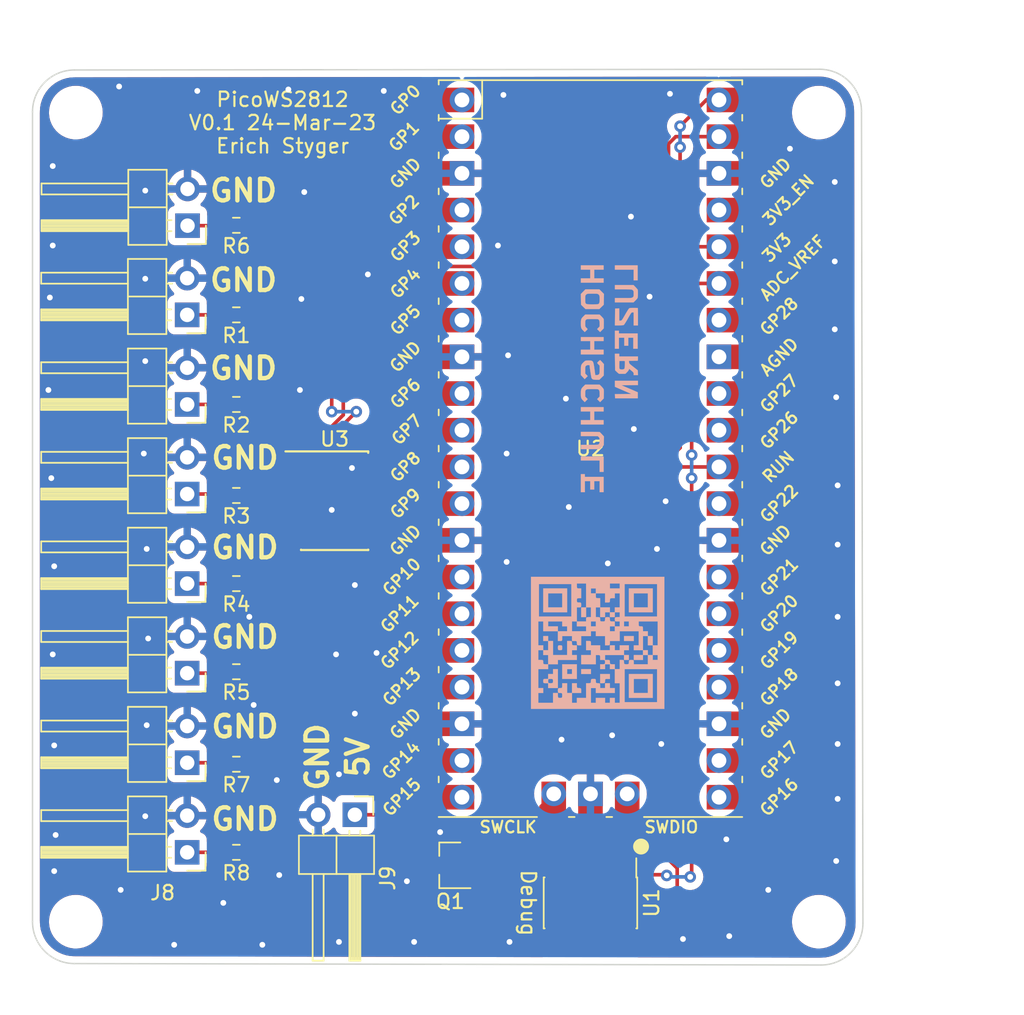
<source format=kicad_pcb>
(kicad_pcb (version 20211014) (generator pcbnew)
  (layers (0 "F.Cu" signal) (31 "B.Cu" signal) (34 "B.Paste" user) (35 "F.Paste" user) (36 "B.SilkS" user "B.Silkscreen") (37 "F.SilkS" user "F.Silkscreen") (38 "B.Mask" user) (39 "F.Mask" user) (44 "Edge.Cuts" user))
  (net 0 "")
  (net 1 "+5V")
  (net 2 "Net-(J1-Pad1)")
  (net 3 "GND")
  (net 4 "Net-(J2-Pad1)")
  (net 5 "Net-(J3-Pad1)")
  (net 6 "Net-(J4-Pad1)")
  (net 7 "Net-(J5-Pad1)")
  (net 8 "Net-(J6-Pad1)")
  (net 9 "Net-(J7-Pad1)")
  (net 10 "Net-(J8-Pad1)")
  (net 13 "Lane0")
  (net 14 "Lane1")
  (net 15 "Lane2")
  (net 16 "Lane3")
  (net 17 "Lane4")
  (net 18 "Lane5")
  (net 19 "Lane6")
  (net 20 "Lane7")
  (net 39 "LEDLane1")
  (net 40 "LEDLane2")
  (net 41 "LEDLane3")
  (net 42 "LEDLane4")
  (net 43 "LEDLane5")
  (net 44 "LEDLane0")
  (net 45 "LEDLane6")
  (net 46 "LEDLane7")
  (net 47 "5V")
  (net 48 "+3.3V")
  (net 52 "Net-(U1-Pad2)")
  (net 53 "Net-(U1-Pad4)")
  (net 54 "Reset")
  (net 55 "Net-(Q1-Pad1)")
  (footprint "Resistor_SMD:R_0603_1608Metric" (layer "F.Cu") (at 106.7 82.8 180)
    (fp_text reference "R6" (at 0 -1.43) (layer "F.SilkS"))
    (fp_text value "120")
    (pad "1" smd roundrect (at -0.825 0 180) (size 0.8 0.95) (layers "F.Cu" "F.Paste" "F.Mask") (net 44 "LEDLane0"))
    (pad "2" smd roundrect (at 0.825 0 180) (size 0.8 0.95) (layers "F.Cu" "F.Paste" "F.Mask") (net 2 "Net-(J1-Pad1)"))
  )
  (footprint "Connector_PinHeader_2.54mm:PinHeader_1x02_P2.54mm_Horizontal" (layer "F.Cu") (at 103.3 95.2 180)
    (fp_text reference "J3" hide)
    (fp_text value "Conn_01x02_Male")
    (pad "1" thru_hole rect (at 0 0 180) (size 1.7 1.7) (drill 1) (layers *.Cu *.Mask) (net 5 "Net-(J3-Pad1)"))
    (pad "2" thru_hole oval (at 0 2.54 180) (size 1.7 1.7) (drill 1) (layers *.Cu *.Mask) (net 3 "GND"))
  )
  (footprint "MountingHole:MountingHole_2.7mm_M2.5" (layer "F.Cu") (at 147 75)
    (fp_text reference "H3" hide)
    (fp_text value "MountingHole")
    (pad "" np_thru_hole circle (at 0 0) (size 2.7 2.7) (drill 2.7) (layers *.Cu *.Mask))
  )
  (footprint "Fiducial:Fiducial_1mm_Mask2mm" (layer "F.Cu") (at 100.3 131.9)
    (fp_text reference "FID2" hide)
    (fp_text value "Fiducial")
    (pad "" smd circle (at 0 0) (size 1 1) (layers "F.Cu" "F.Mask") (clearance 0.5))
  )
  (footprint "Resistor_SMD:R_0603_1608Metric" (layer "F.Cu") (at 106.7 89 180)
    (fp_text reference "R1" (at 0 -1.43) (layer "F.SilkS"))
    (fp_text value "120")
    (pad "1" smd roundrect (at -0.825 0 180) (size 0.8 0.95) (layers "F.Cu" "F.Paste" "F.Mask") (net 39 "LEDLane1"))
    (pad "2" smd roundrect (at 0.825 0 180) (size 0.8 0.95) (layers "F.Cu" "F.Paste" "F.Mask") (net 4 "Net-(J2-Pad1)"))
  )
  (footprint "Connector_PinHeader_2.54mm:PinHeader_1x02_P2.54mm_Horizontal" (layer "F.Cu") (at 103.3 120 180)
    (fp_text reference "J7" hide)
    (fp_text value "Conn_01x02_Male")
    (pad "1" thru_hole rect (at 0 0 180) (size 1.7 1.7) (drill 1) (layers *.Cu *.Mask) (net 9 "Net-(J7-Pad1)"))
    (pad "2" thru_hole oval (at 0 2.54 180) (size 1.7 1.7) (drill 1) (layers *.Cu *.Mask) (net 3 "GND"))
  )
  (footprint "McuOnEclipse:SOT-23_2T" (layer "F.Cu") (at 121.5 127.1 180)
    (fp_text reference "Q1" (at 0 -2.5) (layer "F.SilkS"))
    (fp_text value "Diodes DMG2305UX")
    (pad "1" smd rect (at -1 -0.95 180) (size 0.9 0.8) (layers "F.Cu" "F.Paste" "F.Mask") (net 55 "Net-(Q1-Pad1)"))
    (pad "2" smd rect (at 1 0 180) (size 0.9 0.8) (layers "F.Cu" "F.Paste" "F.Mask") (net 47 "5V"))
    (pad "3" smd rect (at -1 0.95 180) (size 0.9 0.8) (layers "F.Cu" "F.Paste" "F.Mask") (net 1 "+5V"))
  )
  (footprint "Connector_PinHeader_2.54mm:PinHeader_1x02_P2.54mm_Horizontal" (layer "F.Cu") (at 103.3 89 180)
    (fp_text reference "J2" hide)
    (fp_text value "Conn_01x02_Male")
    (pad "1" thru_hole rect (at 0 0 180) (size 1.7 1.7) (drill 1) (layers *.Cu *.Mask) (net 4 "Net-(J2-Pad1)"))
    (pad "2" thru_hole oval (at 0 2.54 180) (size 1.7 1.7) (drill 1) (layers *.Cu *.Mask) (net 3 "GND"))
  )
  (footprint "Fiducial:Fiducial_1mm_Mask2mm" (layer "F.Cu") (at 147.5 98.9)
    (fp_text reference "FID1" hide)
    (fp_text value "Fiducial")
    (pad "" smd circle (at 0 0) (size 1 1) (layers "F.Cu" "F.Mask") (clearance 0.5))
  )
  (footprint "Resistor_SMD:R_0603_1608Metric" (layer "F.Cu") (at 106.7 95.2 180)
    (fp_text reference "R2" (at 0 -1.43) (layer "F.SilkS"))
    (fp_text value "120")
    (pad "1" smd roundrect (at -0.825 0 180) (size 0.8 0.95) (layers "F.Cu" "F.Paste" "F.Mask") (net 40 "LEDLane2"))
    (pad "2" smd roundrect (at 0.825 0 180) (size 0.8 0.95) (layers "F.Cu" "F.Paste" "F.Mask") (net 5 "Net-(J3-Pad1)"))
  )
  (footprint "Resistor_SMD:R_0603_1608Metric" (layer "F.Cu") (at 106.7 107.6 180)
    (fp_text reference "R4" (at 0 -1.43) (layer "F.SilkS"))
    (fp_text value "120")
    (pad "1" smd roundrect (at -0.825 0 180) (size 0.8 0.95) (layers "F.Cu" "F.Paste" "F.Mask") (net 42 "LEDLane4"))
    (pad "2" smd roundrect (at 0.825 0 180) (size 0.8 0.95) (layers "F.Cu" "F.Paste" "F.Mask") (net 7 "Net-(J5-Pad1)"))
  )
  (footprint "Resistor_SMD:R_0603_1608Metric" (layer "F.Cu") (at 106.7 101.5 180)
    (fp_text reference "R3" (at 0 -1.43) (layer "F.SilkS"))
    (fp_text value "120")
    (pad "1" smd roundrect (at -0.825 0 180) (size 0.8 0.95) (layers "F.Cu" "F.Paste" "F.Mask") (net 41 "LEDLane3"))
    (pad "2" smd roundrect (at 0.825 0 180) (size 0.8 0.95) (layers "F.Cu" "F.Paste" "F.Mask") (net 6 "Net-(J4-Pad1)"))
  )
  (footprint "McuOnEclipse:SWD_Pin_Header_Straight_2x05_Pitch1.27mm_SMD" (layer "F.Cu") (at 131.2 129.7 -90)
    (fp_text reference "U1" (at 0 -4.235 90) (layer "F.SilkS"))
    (fp_text value "SWD_JTAG_10pin")
    (fp_text user "Debug" (at 0 4.3 -90 unlocked) (layer "F.SilkS"))
    (pad "1" smd rect (at -1.95 -2.54 270) (size 2.4 0.74) (layers "F.Cu" "F.Paste" "F.Mask") (net 48 "+3.3V"))
    (pad "2" smd rect (at 1.95 -2.54 270) (size 2.4 0.74) (layers "F.Cu" "F.Paste" "F.Mask") (net 52 "Net-(U1-Pad2)"))
    (pad "3" smd rect (at -1.95 -1.27 270) (size 2.4 0.74) (layers "F.Cu" "F.Paste" "F.Mask") (net 3 "GND"))
    (pad "4" smd rect (at 1.95 -1.27 270) (size 2.4 0.74) (layers "F.Cu" "F.Paste" "F.Mask") (net 53 "Net-(U1-Pad4)"))
    (pad "5" smd rect (at -1.95 0 270) (size 2.4 0.74) (layers "F.Cu" "F.Paste" "F.Mask") (net 3 "GND"))
    (pad "6" smd rect (at 1.95 0 270) (size 2.4 0.74) (layers "F.Cu" "F.Paste" "F.Mask"))
    (pad "7" smd rect (at -1.95 1.27 270) (size 2.4 0.74) (layers "F.Cu" "F.Paste" "F.Mask"))
    (pad "8" smd rect (at 1.95 1.27 270) (size 2.4 0.74) (layers "F.Cu" "F.Paste" "F.Mask"))
    (pad "9" smd rect (at -1.95 2.54 270) (size 2.4 0.74) (layers "F.Cu" "F.Paste" "F.Mask") (net 3 "GND"))
    (pad "10" smd rect (at 1.95 2.54 270) (size 2.4 0.74) (layers "F.Cu" "F.Paste" "F.Mask") (net 54 "Reset"))
  )
  (footprint "MountingHole:MountingHole_2.7mm_M2.5" (layer "F.Cu") (at 147 131)
    (fp_text reference "H4" hide)
    (fp_text value "MountingHole")
    (pad "" np_thru_hole circle (at 0 0) (size 2.7 2.7) (drill 2.7) (layers *.Cu *.Mask))
  )
  (footprint "MountingHole:MountingHole_2.7mm_M2.5" (layer "F.Cu") (at 95.5 75)
    (fp_text reference "H1" hide)
    (fp_text value "MountingHole")
    (pad "" np_thru_hole circle (at 0.1 0) (size 2.7 2.7) (drill 2.7) (layers F&B.Cu *.Mask))
  )
  (footprint "Connector_PinHeader_2.54mm:PinHeader_1x02_P2.54mm_Horizontal" (layer "F.Cu") (at 103.3 107.6 180)
    (fp_text reference "J5" hide)
    (fp_text value "Conn_01x02_Male")
    (pad "1" thru_hole rect (at 0 0 180) (size 1.7 1.7) (drill 1) (layers *.Cu *.Mask) (net 7 "Net-(J5-Pad1)"))
    (pad "2" thru_hole oval (at 0 2.54 180) (size 1.7 1.7) (drill 1) (layers *.Cu *.Mask) (net 3 "GND"))
  )
  (footprint "Connector_PinHeader_2.54mm:PinHeader_1x02_P2.54mm_Horizontal" (layer "F.Cu") (at 114.9 123.6 -90)
    (fp_text reference "J9" (at 4.385 -2.27 90) (layer "F.SilkS"))
    (fp_text value "Conn_01x02_Male")
    (pad "1" thru_hole rect (at 0 0 270) (size 1.7 1.7) (drill 1) (layers *.Cu *.Mask) (net 47 "5V"))
    (pad "2" thru_hole oval (at 0 2.54 270) (size 1.7 1.7) (drill 1) (layers *.Cu *.Mask) (net 3 "GND"))
  )
  (footprint "Fiducial:Fiducial_1mm_Mask2mm" (layer "F.Cu") (at 100.5 74.4)
    (fp_text reference "FID3" hide)
    (fp_text value "Fiducial")
    (pad "" smd circle (at 0 0) (size 1 1) (layers "F.Cu" "F.Mask") (clearance 0.5))
  )
  (footprint "RPi_Pico:RPi_Pico_SMD_TH" (layer "F.Cu") (at 131.2 98.255)
    (fp_text reference "U2" (at 0 0) (layer "F.SilkS"))
    (fp_text value "Pico")
    (fp_text user "3V3_EN" (at 13.7 -17.2 45) (layer "F.SilkS") (effects (font (size 0.8 0.8))))
    (fp_text user "GP7" (at -12.7 -1.3 45) (layer "F.SilkS") (effects (font (size 0.8 0.8))))
    (fp_text user "GP12" (at -13.2 13.97 45) (layer "F.SilkS") (effects (font (size 0.8 0.8))))
    (fp_text user "GP10" (at -13.054 8.89 45) (layer "F.SilkS") (effects (font (size 0.8 0.8))))
    (fp_text user "GP6" (at -12.8 -3.81 45) (layer "F.SilkS") (effects (font (size 0.8 0.8))))
    (fp_text user "GP4" (at -12.8 -11.43 45) (layer "F.SilkS") (effects (font (size 0.8 0.8))))
    (fp_text user "GP19" (at 13.054 13.97 45) (layer "F.SilkS") (effects (font (size 0.8 0.8))))
    (fp_text user "GP9" (at -12.8 3.81 45) (layer "F.SilkS") (effects (font (size 0.8 0.8))))
    (fp_text user "GP27" (at 13.054 -3.8 45) (layer "F.SilkS") (effects (font (size 0.8 0.8))))
    (fp_text user "SWCLK" (at -5.7 26.2) (layer "F.SilkS") (effects (font (size 0.8 0.8))))
    (fp_text user "GP26" (at 13.054 -1.27 45) (layer "F.SilkS") (effects (font (size 0.8 0.8))))
    (fp_text user "GP5" (at -12.8 -8.89 45) (layer "F.SilkS") (effects (font (size 0.8 0.8))))
    (fp_text user "GND" (at -12.8 -6.35 45) (layer "F.SilkS") (effects (font (size 0.8 0.8))))
    (fp_text user "GP8" (at -12.8 1.27 45) (layer "F.SilkS") (effects (font (size 0.8 0.8))))
    (fp_text user "GP3" (at -12.8 -13.97 45) (layer "F.SilkS") (effects (font (size 0.8 0.8))))
    (fp_text user "GP18" (at 13.054 16.51 45) (layer "F.SilkS") (effects (font (size 0.8 0.8))))
    (fp_text user "GP0" (at -12.8 -24.13 45) (layer "F.SilkS") (effects (font (size 0.8 0.8))))
    (fp_text user "GP15" (at -13.054 24.13 45) (layer "F.SilkS") (effects (font (size 0.8 0.8))))
    (fp_text user "GND" (at 12.8 -19.05 45) (layer "F.SilkS") (effects (font (size 0.8 0.8))))
    (fp_text user "GND" (at 12.8 19.05 45) (layer "F.SilkS") (effects (font (size 0.8 0.8))))
    (fp_text user "GP1" (at -12.9 -21.6 45) (layer "F.SilkS") (effects (font (size 0.8 0.8))))
    (fp_text user "AGND" (at 13.054 -6.35 45) (layer "F.SilkS") (effects (font (size 0.8 0.8))))
    (fp_text user "GND" (at -12.8 19.05 45) (layer "F.SilkS") (effects (font (size 0.8 0.8))))
    (fp_text user "GP17" (at 13.054 21.59 45) (layer "F.SilkS") (effects (font (size 0.8 0.8))))
    (fp_text user "GP21" (at 13.054 8.9 45) (layer "F.SilkS") (effects (font (size 0.8 0.8))))
    (fp_text user "GP11" (at -13.2 11.43 45) (layer "F.SilkS") (effects (font (size 0.8 0.8))))
    (fp_text user "GND" (at -12.8 6.35 45) (layer "F.SilkS") (effects (font (size 0.8 0.8))))
    (fp_text user "RUN" (at 13 1.27 45) (layer "F.SilkS") (effects (font (size 0.8 0.8))))
    (fp_text user "GP13" (at -13.054 16.51 45) (layer "F.SilkS") (effects (font (size 0.8 0.8))))
    (fp_text user "GP2" (at -12.9 -16.51 45) (layer "F.SilkS") (effects (font (size 0.8 0.8))))
    (fp_text user "GP20" (at 13.054 11.43 45) (layer "F.SilkS") (effects (font (size 0.8 0.8))))
    (fp_text user "SWDIO" (at 5.6 26.2) (layer "F.SilkS") (effects (font (size 0.8 0.8))))
    (fp_text user "GND" (at 12.8 6.35 45) (layer "F.SilkS") (effects (font (size 0.8 0.8))))
    (fp_text user "GP14" (at -13.1 21.59 45) (layer "F.SilkS") (effects (font (size 0.8 0.8))))
    (fp_text user "GND" (at -12.8 -19.05 45) (layer "F.SilkS") (effects (font (size 0.8 0.8))))
    (fp_text user "GP16" (at 13.054 24.13 45) (layer "F.SilkS") (effects (font (size 0.8 0.8))))
    (fp_text user "3V3" (at 12.9 -13.9 45) (layer "F.SilkS") (effects (font (size 0.8 0.8))))
    (fp_text user "GP22" (at 13.054 3.81 45) (layer "F.SilkS") (effects (font (size 0.8 0.8))))
    (fp_text user "ADC_VREF" (at 14 -12.5 45) (layer "F.SilkS") (effects (font (size 0.8 0.8))))
    (fp_text user "GP28" (at 13.054 -9.144 45) (layer "F.SilkS") (effects (font (size 0.8 0.8))))
    (pad "1" smd rect (at -8.89 -24.13) (size 3.5 1.7) (drill (offset -0.9 0)) (layers "F.Cu" "F.Mask"))
    (pad "1" thru_hole oval (at -8.89 -24.13) (size 1.7 1.7) (drill 1.02) (layers *.Cu *.Mask))
    (pad "2" thru_hole oval (at -8.89 -21.59) (size 1.7 1.7) (drill 1.02) (layers *.Cu *.Mask))
    (pad "2" smd rect (at -8.89 -21.59) (size 3.5 1.7) (drill (offset -0.9 0)) (layers "F.Cu" "F.Mask"))
    (pad "3" smd rect (at -8.89 -19.05) (size 3.5 1.7) (drill (offset -0.9 0)) (layers "F.Cu" "F.Mask") (net 3 "GND"))
    (pad "3" thru_hole rect (at -8.89 -19.05) (size 1.7 1.7) (drill 1.02) (layers *.Cu *.Mask) (net 3 "GND"))
    (pad "4" smd rect (at -8.89 -16.51) (size 3.5 1.7) (drill (offset -0.9 0)) (layers "F.Cu" "F.Mask") (net 13 "Lane0"))
    (pad "4" thru_hole oval (at -8.89 -16.51) (size 1.7 1.7) (drill 1.02) (layers *.Cu *.Mask) (net 13 "Lane0"))
    (pad "5" thru_hole oval (at -8.89 -13.97) (size 1.7 1.7) (drill 1.02) (layers *.Cu *.Mask) (net 14 "Lane1"))
    (pad "5" smd rect (at -8.89 -13.97) (size 3.5 1.7) (drill (offset -0.9 0)) (layers "F.Cu" "F.Mask") (net 14 "Lane1"))
    (pad "6" thru_hole oval (at -8.89 -11.43) (size 1.7 1.7) (drill 1.02) (layers *.Cu *.Mask) (net 15 "Lane2"))
    (pad "6" smd rect (at -8.89 -11.43) (size 3.5 1.7) (drill (offset -0.9 0)) (layers "F.Cu" "F.Mask") (net 15 "Lane2"))
    (pad "7" thru_hole oval (at -8.89 -8.89) (size 1.7 1.7) (drill 1.02) (layers *.Cu *.Mask) (net 16 "Lane3"))
    (pad "7" smd rect (at -8.89 -8.89) (size 3.5 1.7) (drill (offset -0.9 0)) (layers "F.Cu" "F.Mask") (net 16 "Lane3"))
    (pad "8" smd rect (at -8.89 -6.35) (size 3.5 1.7) (drill (offset -0.9 0)) (layers "F.Cu" "F.Mask") (net 3 "GND"))
    (pad "8" thru_hole rect (at -8.89 -6.35) (size 1.7 1.7) (drill 1.02) (layers *.Cu *.Mask) (net 3 "GND"))
    (pad "9" thru_hole oval (at -8.89 -3.81) (size 1.7 1.7) (drill 1.02) (layers *.Cu *.Mask) (net 17 "Lane4"))
    (pad "9" smd rect (at -8.89 -3.81) (size 3.5 1.7) (drill (offset -0.9 0)) (layers "F.Cu" "F.Mask") (net 17 "Lane4"))
    (pad "10" thru_hole oval (at -8.89 -1.27) (size 1.7 1.7) (drill 1.02) (layers *.Cu *.Mask) (net 18 "Lane5"))
    (pad "10" smd rect (at -8.89 -1.27) (size 3.5 1.7) (drill (offset -0.9 0)) (layers "F.Cu" "F.Mask") (net 18 "Lane5"))
    (pad "11" smd rect (at -8.89 1.27) (size 3.5 1.7) (drill (offset -0.9 0)) (layers "F.Cu" "F.Mask") (net 19 "Lane6"))
    (pad "11" thru_hole oval (at -8.89 1.27) (size 1.7 1.7) (drill 1.02) (layers *.Cu *.Mask) (net 19 "Lane6"))
    (pad "12" smd rect (at -8.89 3.81) (size 3.5 1.7) (drill (offset -0.9 0)) (layers "F.Cu" "F.Mask") (net 20 "Lane7"))
    (pad "12" thru_hole oval (at -8.89 3.81) (size 1.7 1.7) (drill 1.02) (layers *.Cu *.Mask) (net 20 "Lane7"))
    (pad "13" smd rect (at -8.89 6.35) (size 3.5 1.7) (drill (offset -0.9 0)) (layers "F.Cu" "F.Mask") (net 3 "GND"))
    (pad "13" thru_hole rect (at -8.89 6.35) (size 1.7 1.7) (drill 1.02) (layers *.Cu *.Mask) (net 3 "GND"))
    (pad "14" smd rect (at -8.89 8.89) (size 3.5 1.7) (drill (offset -0.9 0)) (layers "F.Cu" "F.Mask"))
    (pad "14" thru_hole oval (at -8.89 8.89) (size 1.7 1.7) (drill 1.02) (layers *.Cu *.Mask))
    (pad "15" smd rect (at -8.89 11.43) (size 3.5 1.7) (drill (offset -0.9 0)) (layers "F.Cu" "F.Mask"))
    (pad "15" thru_hole oval (at -8.89 11.43) (size 1.7 1.7) (drill 1.02) (layers *.Cu *.Mask))
    (pad "16" smd rect (at -8.89 13.97) (size 3.5 1.7) (drill (offset -0.9 0)) (layers "F.Cu" "F.Mask"))
    (pad "16" thru_hole oval (at -8.89 13.97) (size 1.7 1.7) (drill 1.02) (layers *.Cu *.Mask))
    (pad "17" smd rect (at -8.89 16.51) (size 3.5 1.7) (drill (offset -0.9 0)) (layers "F.Cu" "F.Mask"))
    (pad "17" thru_hole oval (at -8.89 16.51) (size 1.7 1.7) (drill 1.02) (layers *.Cu *.Mask))
    (pad "18" thru_hole rect (at -8.89 19.05) (size 1.7 1.7) (drill 1.02) (layers *.Cu *.Mask) (net 3 "GND"))
    (pad "18" smd rect (at -8.89 19.05) (size 3.5 1.7) (drill (offset -0.9 0)) (layers "F.Cu" "F.Mask") (net 3 "GND"))
    (pad "19" smd rect (at -8.89 21.59) (size 3.5 1.7) (drill (offset -0.9 0)) (layers "F.Cu" "F.Mask"))
    (pad "19" thru_hole oval (at -8.89 21.59) (size 1.7 1.7) (drill 1.02) (layers *.Cu *.Mask))
    (pad "20" thru_hole oval (at -8.89 24.13) (size 1.7 1.7) (drill 1.02) (layers *.Cu *.Mask))
    (pad "20" smd rect (at -8.89 24.13) (size 3.5 1.7) (drill (offset -0.9 0)) (layers "F.Cu" "F.Mask"))
    (pad "21" thru_hole oval (at 8.89 24.13) (size 1.7 1.7) (drill 1.02) (layers *.Cu *.Mask))
    (pad "21" smd rect (at 8.89 24.13) (size 3.5 1.7) (drill (offset 0.9 0)) (layers "F.Cu" "F.Mask"))
    (pad "22" thru_hole oval (at 8.89 21.59) (size 1.7 1.7) (drill 1.02) (layers *.Cu *.Mask))
    (pad "22" smd rect (at 8.89 21.59) (size 3.5 1.7) (drill (offset 0.9 0)) (layers "F.Cu" "F.Mask"))
    (pad "23" smd rect (at 8.89 19.05) (size 3.5 1.7) (drill (offset 0.9 0)) (layers "F.Cu" "F.Mask") (net 3 "GND"))
    (pad "23" thru_hole rect (at 8.89 19.05) (size 1.7 1.7) (drill 1.02) (layers *.Cu *.Mask) (net 3 "GND"))
    (pad "24" smd rect (at 8.89 16.51) (size 3.5 1.7) (drill (offset 0.9 0)) (layers "F.Cu" "F.Mask"))
    (pad "24" thru_hole oval (at 8.89 16.51) (size 1.7 1.7) (drill 1.02) (layers *.Cu *.Mask))
    (pad "25" thru_hole oval (at 8.89 13.97) (size 1.7 1.7) (drill 1.02) (layers *.Cu *.Mask))
    (pad "25" smd rect (at 8.89 13.97) (size 3.5 1.7) (drill (offset 0.9 0)) (layers "F.Cu" "F.Mask"))
    (pad "26" smd rect (at 8.89 11.43) (size 3.5 1.7) (drill (offset 0.9 0)) (layers "F.Cu" "F.Mask"))
    (pad "26" thru_hole oval (at 8.89 11.43) (size 1.7 1.7) (drill 1.02) (layers *.Cu *.Mask))
    (pad "27" smd rect (at 8.89 8.89) (size 3.5 1.7) (drill (offset 0.9 0)) (layers "F.Cu" "F.Mask"))
    (pad "27" thru_hole oval (at 8.89 8.89) (size 1.7 1.7) (drill 1.02) (layers *.Cu *.Mask))
    (pad "28" smd rect (at 8.89 6.35) (size 3.5 1.7) (drill (offset 0.9 0)) (layers "F.Cu" "F.Mask") (net 3 "GND"))
    (pad "28" thru_hole rect (at 8.89 6.35) (size 1.7 1.7) (drill 1.02) (layers *.Cu *.Mask) (net 3 "GND"))
    (pad "29" thru_hole oval (at 8.89 3.81) (size 1.7 1.7) (drill 1.02) (layers *.Cu *.Mask))
    (pad "29" smd rect (at 8.89 3.81) (size 3.5 1.7) (drill (offset 0.9 0)) (layers "F.Cu" "F.Mask"))
    (pad "30" smd rect (at 8.89 1.27) (size 3.5 1.7) (drill (offset 0.9 0)) (layers "F.Cu" "F.Mask") (net 54 "Reset"))
    (pad "30" thru_hole oval (at 8.89 1.27) (size 1.7 1.7) (drill 1.02) (layers *.Cu *.Mask) (net 54 "Reset"))
    (pad "31" thru_hole oval (at 8.89 -1.27) (size 1.7 1.7) (drill 1.02) (layers *.Cu *.Mask))
    (pad "31" smd rect (at 8.89 -1.27) (size 3.5 1.7) (drill (offset 0.9 0)) (layers "F.Cu" "F.Mask"))
    (pad "32" thru_hole oval (at 8.89 -3.81) (size 1.7 1.7) (drill 1.02) (layers *.Cu *.Mask))
    (pad "32" smd rect (at 8.89 -3.81) (size 3.5 1.7) (drill (offset 0.9 0)) (layers "F.Cu" "F.Mask"))
    (pad "33" thru_hole rect (at 8.89 -6.35) (size 1.7 1.7) (drill 1.02) (layers *.Cu *.Mask))
    (pad "33" smd rect (at 8.89 -6.35) (size 3.5 1.7) (drill (offset 0.9 0)) (layers "F.Cu" "F.Mask"))
    (pad "34" smd rect (at 8.89 -8.89) (size 3.5 1.7) (drill (offset 0.9 0)) (layers "F.Cu" "F.Mask"))
    (pad "34" thru_hole oval (at 8.89 -8.89) (size 1.7 1.7) (drill 1.02) (layers *.Cu *.Mask))
    (pad "35" thru_hole oval (at 8.89 -11.43) (size 1.7 1.7) (drill 1.02) (layers *.Cu *.Mask) (net 48 "+3.3V"))
    (pad "35" smd rect (at 8.89 -11.43) (size 3.5 1.7) (drill (offset 0.9 0)) (layers "F.Cu" "F.Mask") (net 48 "+3.3V"))
    (pad "36" smd rect (at 8.89 -13.97) (size 3.5 1.7) (drill (offset 0.9 0)) (layers "F.Cu" "F.Mask") (net 48 "+3.3V"))
    (pad "36" thru_hole oval (at 8.89 -13.97) (size 1.7 1.7) (drill 1.02) (layers *.Cu *.Mask) (net 48 "+3.3V"))
    (pad "37" smd rect (at 8.89 -16.51) (size 3.5 1.7) (drill (offset 0.9 0)) (layers "F.Cu" "F.Mask"))
    (pad "37" thru_hole oval (at 8.89 -16.51) (size 1.7 1.7) (drill 1.02) (layers *.Cu *.Mask))
    (pad "38" smd rect (at 8.89 -19.05) (size 3.5 1.7) (drill (offset 0.9 0)) (layers "F.Cu" "F.Mask") (net 3 "GND"))
    (pad "38" thru_hole rect (at 8.89 -19.05) (size 1.7 1.7) (drill 1.02) (layers *.Cu *.Mask) (net 3 "GND"))
    (pad "39" smd rect (at 8.89 -21.59) (size 3.5 1.7) (drill (offset 0.9 0)) (layers "F.Cu" "F.Mask") (net 1 "+5V"))
    (pad "39" thru_hole oval (at 8.89 -21.59) (size 1.7 1.7) (drill 1.02) (layers *.Cu *.Mask) (net 1 "+5V"))
    (pad "40" smd rect (at 8.89 -24.13) (size 3.5 1.7) (drill (offset 0.9 0)) (layers "F.Cu" "F.Mask") (net 55 "Net-(Q1-Pad1)"))
    (pad "40" thru_hole oval (at 8.89 -24.13) (size 1.7 1.7) (drill 1.02) (layers *.Cu *.Mask) (net 55 "Net-(Q1-Pad1)"))
    (pad "41" thru_hole oval (at -2.54 23.9) (size 1.7 1.7) (drill 1.02) (layers *.Cu *.Mask) (net 53 "Net-(U1-Pad4)"))
    (pad "41" smd rect (at -2.54 23.9 90) (size 3.5 1.7) (drill (offset -0.9 0)) (layers "F.Cu" "F.Mask") (net 53 "Net-(U1-Pad4)"))
    (pad "42" smd rect (at 0 23.9 90) (size 3.5 1.7) (drill (offset -0.9 0)) (layers "F.Cu" "F.Mask") (net 3 "GND"))
    (pad "42" thru_hole rect (at 0 23.9) (size 1.7 1.7) (drill 1.02) (layers *.Cu *.Mask) (net 3 "GND"))
    (pad "43" smd rect (at 2.54 23.9 90) (size 3.5 1.7) (drill (offset -0.9 0)) (layers "F.Cu" "F.Mask") (net 52 "Net-(U1-Pad2)"))
    (pad "43" thru_hole oval (at 2.54 23.9) (size 1.7 1.7) (drill 1.02) (layers *.Cu *.Mask) (net 52 "Net-(U1-Pad2)"))
  )
  (footprint "Connector_PinHeader_2.54mm:PinHeader_1x02_P2.54mm_Horizontal" (layer "F.Cu") (at 103.325 82.825 180)
    (fp_text reference "J1" hide)
    (fp_text value "Conn_01x02_Male")
    (pad "1" thru_hole rect (at 0 0 180) (size 1.7 1.7) (drill 1) (layers *.Cu *.Mask) (net 2 "Net-(J1-Pad1)"))
    (pad "2" thru_hole oval (at 0 2.54 180) (size 1.7 1.7) (drill 1) (layers *.Cu *.Mask) (net 3 "GND"))
  )
  (footprint "McuOnEclipse:SSOP-20_4.4x6.5mm_Pitch0.65mm" (layer "F.Cu") (at 113.5 101.9)
    (fp_text reference "U3" (at 0 -4.3) (layer "F.SilkS"))
    (fp_text value "74HCT245")
    (pad "1" smd rect (at -2.9 -2.925) (size 1 0.4) (layers "F.Cu" "F.Paste" "F.Mask") (net 3 "GND"))
    (pad "2" smd rect (at -2.9 -2.275) (size 1 0.4) (layers "F.Cu" "F.Paste" "F.Mask") (net 44 "LEDLane0"))
    (pad "3" smd rect (at -2.9 -1.625) (size 1 0.4) (layers "F.Cu" "F.Paste" "F.Mask") (net 39 "LEDLane1"))
    (pad "4" smd rect (at -2.9 -0.975) (size 1 0.4) (layers "F.Cu" "F.Paste" "F.Mask") (net 40 "LEDLane2"))
    (pad "5" smd rect (at -2.9 -0.325) (size 1 0.4) (layers "F.Cu" "F.Paste" "F.Mask") (net 41 "LEDLane3"))
    (pad "6" smd rect (at -2.9 0.325) (size 1 0.4) (layers "F.Cu" "F.Paste" "F.Mask") (net 42 "LEDLane4"))
    (pad "7" smd rect (at -2.9 0.975) (size 1 0.4) (layers "F.Cu" "F.Paste" "F.Mask") (net 43 "LEDLane5"))
    (pad "8" smd rect (at -2.9 1.625) (size 1 0.4) (layers "F.Cu" "F.Paste" "F.Mask") (net 45 "LEDLane6"))
    (pad "9" smd rect (at -2.9 2.275) (size 1 0.4) (layers "F.Cu" "F.Paste" "F.Mask") (net 46 "LEDLane7"))
    (pad "10" smd rect (at -2.9 2.925) (size 1 0.4) (layers "F.Cu" "F.Paste" "F.Mask") (net 3 "GND"))
    (pad "11" smd rect (at 2.9 2.925) (size 1 0.4) (layers "F.Cu" "F.Paste" "F.Mask") (net 20 "Lane7"))
    (pad "12" smd rect (at 2.9 2.275) (size 1 0.4) (layers "F.Cu" "F.Paste" "F.Mask") (net 19 "Lane6"))
    (pad "13" smd rect (at 2.9 1.625) (size 1 0.4) (layers "F.Cu" "F.Paste" "F.Mask") (net 18 "Lane5"))
    (pad "14" smd rect (at 2.9 0.975) (size 1 0.4) (layers "F.Cu" "F.Paste" "F.Mask") (net 17 "Lane4"))
    (pad "15" smd rect (at 2.9 0.325) (size 1 0.4) (layers "F.Cu" "F.Paste" "F.Mask") (net 16 "Lane3"))
    (pad "16" smd rect (at 2.9 -0.325) (size 1 0.4) (layers "F.Cu" "F.Paste" "F.Mask") (net 15 "Lane2"))
    (pad "17" smd rect (at 2.9 -0.975) (size 1 0.4) (layers "F.Cu" "F.Paste" "F.Mask") (net 14 "Lane1"))
    (pad "18" smd rect (at 2.9 -1.625) (size 1 0.4) (layers "F.Cu" "F.Paste" "F.Mask") (net 13 "Lane0"))
    (pad "19" smd rect (at 2.9 -2.275) (size 1 0.4) (layers "F.Cu" "F.Paste" "F.Mask") (net 3 "GND"))
    (pad "20" smd rect (at 2.9 -2.925) (size 1 0.4) (layers "F.Cu" "F.Paste" "F.Mask") (net 1 "+5V"))
  )
  (footprint "Connector_PinHeader_2.54mm:PinHeader_1x02_P2.54mm_Horizontal" (layer "F.Cu") (at 103.3 113.8 180)
    (fp_text reference "J6" hide)
    (fp_text value "Conn_01x02_Male")
    (pad "1" thru_hole rect (at 0 0 180) (size 1.7 1.7) (drill 1) (layers *.Cu *.Mask) (net 8 "Net-(J6-Pad1)"))
    (pad "2" thru_hole oval (at 0 2.54 180) (size 1.7 1.7) (drill 1) (layers *.Cu *.Mask) (net 3 "GND"))
  )
  (footprint "MountingHole:MountingHole_2.7mm_M2.5" (layer "F.Cu") (at 95.6 131)
    (fp_text reference "H2" hide)
    (fp_text value "MountingHole")
    (pad "" np_thru_hole circle (at 0 0) (size 2.7 2.7) (drill 2.7) (layers *.Cu *.Mask))
  )
  (footprint "Resistor_SMD:R_0603_1608Metric" (layer "F.Cu") (at 106.7 120.1 180)
    (fp_text reference "R7" (at 0 -1.43) (layer "F.SilkS"))
    (fp_text value "120")
    (pad "1" smd roundrect (at -0.825 0 180) (size 0.8 0.95) (layers "F.Cu" "F.Paste" "F.Mask") (net 45 "LEDLane6"))
    (pad "2" smd roundrect (at 0.825 0 180) (size 0.8 0.95) (layers "F.Cu" "F.Paste" "F.Mask") (net 9 "Net-(J7-Pad1)"))
  )
  (footprint "Connector_PinHeader_2.54mm:PinHeader_1x02_P2.54mm_Horizontal" (layer "F.Cu") (at 103.3 126.2 180)
    (fp_text reference "J8" (at 1.7 -2.8) (layer "F.SilkS"))
    (fp_text value "Conn_01x02_Male")
    (pad "1" thru_hole rect (at 0 0 180) (size 1.7 1.7) (drill 1) (layers *.Cu *.Mask) (net 10 "Net-(J8-Pad1)"))
    (pad "2" thru_hole oval (at 0 2.54 180) (size 1.7 1.7) (drill 1) (layers *.Cu *.Mask) (net 3 "GND"))
  )
  (footprint "Connector_PinHeader_2.54mm:PinHeader_1x02_P2.54mm_Horizontal" (layer "F.Cu") (at 103.3 101.4 180)
    (fp_text reference "J4" hide)
    (fp_text value "Conn_01x02_Male")
    (pad "1" thru_hole rect (at 0 0 180) (size 1.7 1.7) (drill 1) (layers *.Cu *.Mask) (net 6 "Net-(J4-Pad1)"))
    (pad "2" thru_hole oval (at 0 2.54 180) (size 1.7 1.7) (drill 1) (layers *.Cu *.Mask) (net 3 "GND"))
  )
  (footprint "Resistor_SMD:R_0603_1608Metric" (layer "F.Cu") (at 106.7 113.7 180)
    (fp_text reference "R5" (at 0 -1.43) (layer "F.SilkS"))
    (fp_text value "120")
    (pad "1" smd roundrect (at -0.825 0 180) (size 0.8 0.95) (layers "F.Cu" "F.Paste" "F.Mask") (net 43 "LEDLane5"))
    (pad "2" smd roundrect (at 0.825 0 180) (size 0.8 0.95) (layers "F.Cu" "F.Paste" "F.Mask") (net 8 "Net-(J6-Pad1)"))
  )
  (footprint "Resistor_SMD:R_0603_1608Metric" (layer "F.Cu") (at 106.7 126.2 180)
    (fp_text reference "R8" (at 0 -1.43) (layer "F.SilkS"))
    (fp_text value "120")
    (pad "1" smd roundrect (at -0.825 0 180) (size 0.8 0.95) (layers "F.Cu" "F.Paste" "F.Mask") (net 46 "LEDLane7"))
    (pad "2" smd roundrect (at 0.825 0 180) (size 0.8 0.95) (layers "F.Cu" "F.Paste" "F.Mask") (net 10 "Net-(J8-Pad1)"))
  )
  (footprint "McuOnEclipse:QR_McuOnEclipse_Silkscreen_9x9mm" (layer "B.Cu") (at 131.7 111.7 180)
    (fp_text reference "L1" hide)
    (fp_text value "Logo QR" hide)
  )
  (footprint "McuOnEclipse:Hochschule_Luzern_Small" (layer "B.Cu") (at 132.5 93.4 -90)
    (fp_text reference "L2" hide)
    (fp_text value "Logo HSLU" hide)
  )
  (gr_line (start 147.049392 72) (end 95.5 72.050608) (layer "Edge.Cuts") (width 0.1))
  (gr_arc (start 147.049392 72) (mid 149.100004 72.849388) (end 149.949392 74.9) (layer "Edge.Cuts") (width 0.1))
  (gr_arc (start 95.5 133.9) (mid 93.44939 133.05061) (end 92.6 131) (layer "Edge.Cuts") (width 0.1))
  (gr_arc (start 92.6 74.950608) (mid 93.449388 72.899996) (end 95.5 72.050608) (layer "Edge.Cuts") (width 0.1))
  (gr_arc (start 150.049392 131.1) (mid 149.200004 133.150612) (end 147.149392 134) (layer "Edge.Cuts") (width 0.1))
  (gr_line (start 95.5 133.9) (end 147.149392 134) (layer "Edge.Cuts") (width 0.1))
  (gr_line (start 92.6 74.950608) (end 92.6 131) (layer "Edge.Cuts") (width 0.1))
  (gr_line (start 150.049392 131.1) (end 149.949392 74.9) (layer "Edge.Cuts") (width 0.1))
  (gr_text "GND" (at 107.3 117.5) (layer "F.SilkS") (effects (font (size 1.5 1.5) (thickness 0.3))))
  (gr_text "GND" (at 107.2 80.4) (layer "F.SilkS") (effects (font (size 1.5 1.5) (thickness 0.3))))
  (gr_text "5V" (at 115.1 119.6 90) (layer "F.SilkS") (effects (font (size 1.5 1.5) (thickness 0.3))))
  (gr_text "GND" (at 107.3 105.1) (layer "F.SilkS") (effects (font (size 1.5 1.5) (thickness 0.3))))
  (gr_text "GND" (at 107.3 111.3) (layer "F.SilkS") (effects (font (size 1.5 1.5) (thickness 0.3))))
  (gr_text "GND" (at 112.3 119.6 90) (layer "F.SilkS") (effects (font (size 1.5 1.5) (thickness 0.3))))
  (gr_text "GND" (at 107.2 92.7) (layer "F.SilkS") (effects (font (size 1.5 1.5) (thickness 0.3))))
  (gr_text "GND" (at 107.3 98.9) (layer "F.SilkS") (effects (font (size 1.5 1.5) (thickness 0.3))))
  (gr_text "GND" (at 107.2 86.6) (layer "F.SilkS") (effects (font (size 1.5 1.5) (thickness 0.3))))
  (gr_text "GND" (at 107.3 123.9) (layer "F.SilkS") (effects (font (size 1.5 1.5) (thickness 0.3))))
  (gr_text "PicoWS2812\nV0.1 24-Mar-23\nErich Styger" (at 109.9 75.7) (layer "F.SilkS") (effects (font (size 1 1))))
  (segment (start 136.6 87.7) (end 136.6 89.3) (width 0.25) (layer "F.Cu") (net 1))
  (segment (start 127.2 89.3) (end 136.6 89.3) (width 0.25) (layer "F.Cu") (net 1))
  (segment (start 116.4 98.975) (end 116.4 88.585) (width 0.25) (layer "F.Cu") (net 1))
  (segment (start 123.55 85.65) (end 127.2 89.3) (width 0.25) (layer "F.Cu") (net 1))
  (segment (start 136.6 77.164195) (end 136.6 87.6) (width 0.25) (layer "F.Cu") (net 1))
  (segment (start 116.4 88.585) (end 119.335 85.65) (width 0.25) (layer "F.Cu") (net 1))
  (segment (start 137.099195 76.665) (end 136.6 77.164195) (width 0.25) (layer "F.Cu") (net 1))
  (segment (start 136.6 98.363604) (end 125.05 109.913604) (width 0.25) (layer "F.Cu") (net 1))
  (segment (start 136.6 89.3) (end 136.6 98.363604) (width 0.25) (layer "F.Cu") (net 1))
  (segment (start 119.335 85.65) (end 123.55 85.65) (width 0.25) (layer "F.Cu") (net 1))
  (segment (start 125.05 124.863604) (end 125.05 109.913604) (width 0.25) (layer "F.Cu") (net 1))
  (segment (start 122.5 126.15) (end 123.763604 126.15) (width 0.25) (layer "F.Cu") (net 1))
  (segment (start 140.09 76.665) (end 137.099195 76.665) (width 0.25) (layer "F.Cu") (net 1))
  (segment (start 123.763604 126.15) (end 125.05 124.863604) (width 0.25) (layer "F.Cu") (net 1))
  (segment (start 103.325 82.825) (end 105.85 82.825) (width 0.25) (layer "F.Cu") (net 2))
  (segment (start 105.85 82.825) (end 105.875 82.8) (width 0.25) (layer "F.Cu") (net 2))
  (segment (start 116.4 99.625) (end 114.725 99.625) (width 0.25) (layer "F.Cu") (net 3))
  (segment (start 114.725 99.625) (end 114.7 99.6) (width 0.25) (layer "F.Cu") (net 3))
  (via (at 148.3 100.8) (size 0.8) (drill 0.4) (layers "F.Cu" "B.Cu") (net 3))
  (via (at 136.1 118.7) (size 0.8) (drill 0.4) (layers "F.Cu" "B.Cu") (net 3))
  (via (at 125.177982 73.777982) (size 0.8) (drill 0.4) (layers "F.Cu" "B.Cu") (net 3))
  (via (at 129.5 94.8) (size 0.8) (drill 0.4) (layers "F.Cu" "B.Cu") (net 3))
  (via (at 102.4 132.6) (size 0.8) (drill 0.4) (layers "F.Cu" "B.Cu") (net 3))
  (via (at 94.1 118.8) (size 0.8) (drill 0.4) (layers "F.Cu" "B.Cu") (net 3))
  (via (at 105.8 129.7) (size 0.8) (drill 0.4) (layers "F.Cu" "B.Cu") (net 3))
  (via (at 113.3 102.5) (size 0.8) (drill 0.4) (layers "F.Cu" "B.Cu") (net 3))
  (via (at 114.9 107.7) (size 0.8) (drill 0.4) (layers "F.Cu" "B.Cu") (net 3))
  (via (at 136.7 73.7) (size 0.8) (drill 0.4) (layers "F.Cu" "B.Cu") (net 3))
  (via (at 100.6 111.4) (size 0.8) (drill 0.4) (layers "F.Cu" "B.Cu") (net 3))
  (via (at 148.3 118.7) (size 0.8) (drill 0.4) (layers "F.Cu" "B.Cu") (net 3))
  (via (at 93.8 87.8) (size 0.8) (drill 0.4) (layers "F.Cu" "B.Cu") (net 3))
  (via (at 148.1 90) (size 0.8) (drill 0.4) (layers "F.Cu" "B.Cu") (net 3))
  (via (at 108.5 132.6) (size 0.8) (drill 0.4) (layers "F.Cu" "B.Cu") (net 3))
  (via (at 135.289509 87.740462) (size 0.8) (drill 0.4) (layers "F.Cu" "B.Cu") (net 3))
  (via (at 110.3 73.4) (size 0.8) (drill 0.4) (layers "F.Cu" "B.Cu") (net 3))
  (via (at 109.668299 127.773602) (size 0.8) (drill 0.4) (layers "F.Cu" "B.Cu") (net 3))
  (via (at 111.2 87.9) (size 0.8) (drill 0.4) (layers "F.Cu" "B.Cu") (net 3))
  (via (at 125.5 91.8) (size 0.8) (drill 0.4) (layers "F.Cu" "B.Cu") (net 3))
  (via (at 148.2 94.7) (size 0.8) (drill 0.4) (layers "F.Cu" "B.Cu") (net 3))
  (via (at 94 84.2) (size 0.8) (drill 0.4) (layers "F.Cu" "B.Cu") (net 3))
  (via (at 134.2 96.9) (size 0.8) (drill 0.4) (layers "F.Cu" "B.Cu") (net 3))
  (via (at 148.1 85.3) (size 0.8) (drill 0.4) (layers "F.Cu" "B.Cu") (net 3))
  (via (at 134 82.2) (size 0.8) (drill 0.4) (layers "F.Cu" "B.Cu") (net 3))
  (via (at 104 73.5) (size 0.8) (drill 0.4) (layers "F.Cu" "B.Cu") (net 3))
  (via (at 113.8 132.4) (size 0.8) (drill 0.4) (layers "F.Cu" "B.Cu") (net 3))
  (via (at 116.9 73.5) (size 0.8) (drill 0.4) (layers "F.Cu" "B.Cu") (net 3))
  (via (at 93.7 94.2) (size 0.8) (drill 0.4) (layers "F.Cu" "B.Cu") (net 3))
  (via (at 140.8 132) (size 0.8) (drill 0.4) (layers "F.Cu" "B.Cu") (net 3))
  (via (at 114.9 116.6) (size 0.8) (drill 0.4) (layers "F.Cu" "B.Cu") (net 3))
  (via (at 120.8 124.8) (size 0.8) (drill 0.4) (layers "F.Cu" "B.Cu") (net 3))
  (via (at 109.5 121.2) (size 0.8) (drill 0.4) (layers "F.Cu" "B.Cu") (net 3))
  (via (at 113.6 112.5) (size 0.8) (drill 0.4) (layers "F.Cu" "B.Cu") (net 3))
  (via (at 135.8 105.2) (size 0.8) (drill 0.4) (layers "F.Cu" "B.Cu") (net 3))
  (via (at 145 77.5) (size 0.8) (drill 0.4) (layers "F.Cu" "B.Cu") (net 3))
  (via (at 124.8 84.2) (size 0.8) (drill 0.4) (layers "F.Cu" "B.Cu") (net 3))
  (via (at 93.9 100.3) (size 0.8) (drill 0.4) (layers "F.Cu" "B.Cu") (net 3))
  (via (at 116.4 112.4) (size 0.8) (drill 0.4) (layers "F.Cu" "B.Cu") (net 3))
  (via (at 132.4 106.2) (size 0.8) (drill 0.4) (layers "F.Cu" "B.Cu") (net 3))
  (via (at 137.6 132.2) (size 0.8) (drill 0.4) (layers "F.Cu" "B.Cu") (net 3))
  (via (at 100.4 123.7) (size 0.8) (drill 0.4) (layers "F.Cu" "B.Cu") (net 3))
  (via (at 148.2 126.8) (size 0.8) (drill 0.4) (layers "F.Cu" "B.Cu") (net 3))
  (via (at 119 132.4) (size 0.8) (drill 0.4) (layers "F.Cu" "B.Cu") (net 3))
  (via (at 148.1 79.8) (size 0.8) (drill 0.4) (layers "F.Cu" "B.Cu") (net 3))
  (via (at 100.5 105.2) (size 0.8) (drill 0.4) (layers "F.Cu" "B.Cu") (net 3))
  (via (at 111.1 94.2) (size 0.8) (drill 0.4) (layers "F.Cu" "B.Cu") (net 3))
  (via (at 100.3 98.6) (size 0.8) (drill 0.4) (layers "F.Cu" "B.Cu") (net 3))
  (via (at 129.2 118.4) (size 0.8) (drill 0.4) (layers "F.Cu" "B.Cu") (net 3))
  (via (at 107.6 109.9) (size 0.8) (drill 0.4) (layers "F.Cu" "B.Cu") (net 3))
  (via (at 143.5 128.8) (size 0.8) (drill 0.4) (layers "F.Cu" "B.Cu") (net 3))
  (via (at 148.3 122.5) (size 0.8) (drill 0.4) (layers "F.Cu" "B.Cu") (net 3))
  (via (at 98.7 128.8) (size 0.8) (drill 0.4) (layers "F.Cu" "B.Cu") (net 3))
  (via (at 148.3 114.5) (size 0.8) (drill 0.4) (layers "F.Cu" "B.Cu") (net 3))
  (via (at 125.4 106.1) (size 0.8) (drill 0.4) (layers "F.Cu" "B.Cu") (net 3))
  (via (at 111.4 80.5) (size 0.8) (drill 0.4) (layers "F.Cu" "B.Cu") (net 3))
  (via (at 100.4 92.2) (size 0.8) (drill 0.4) (layers "F.Cu" "B.Cu") (net 3))
  (via (at 125.6 132.4) (size 0.8) (drill 0.4) (layers "F.Cu" "B.Cu") (net 3))
  (via (at 94 78.7) (size 0.8) (drill 0.4) (layers "F.Cu" "B.Cu") (net 3))
  (via (at 118.5 128.2) (size 0.8) (drill 0.4) (layers "F.Cu" "B.Cu") (net 3))
  (via (at 129.7 102.3) (size 0.8) (drill 0.4) (layers "F.Cu" "B.Cu") (net 3))
  (via (at 148.3 109.9) (size 0.8) (drill 0.4) (layers "F.Cu" "B.Cu") (net 3))
  (via (at 94.1 106.4) (size 0.8) (drill 0.4) (layers "F.Cu" "B.Cu") (net 3))
  (via (at 94 112.5) (size 0.8) (drill 0.4) (layers "F.Cu" "B.Cu") (net 3))
  (via (at 148.3 104.9) (size 0.8) (drill 0.4) (layers "F.Cu" "B.Cu") (net 3))
  (via (at 136.4 101.9) (size 0.8) (drill 0.4) (layers "F.Cu" "B.Cu") (net 3))
  (via (at 100.4 80.4) (size 0.8) (drill 0.4) (layers "F.Cu" "B.Cu") (net 3))
  (via (at 115.8 86.2) (size 0.8) (drill 0.4) (layers "F.Cu" "B.Cu") (net 3))
  (via (at 140.6 125.3) (size 0.8) (drill 0.4) (layers "F.Cu" "B.Cu") (net 3))
  (via (at 94.1 127.5) (size 0.8) (drill 0.4) (layers "F.Cu" "B.Cu") (net 3))
  (via (at 125.4 98.6) (size 0.8) (drill 0.4) (layers "F.Cu" "B.Cu") (net 3))
  (via (at 113.8 120.8) (size 0.8) (drill 0.4) (layers "F.Cu" "B.Cu") (net 3))
  (via (at 100.4 86.5) (size 0.8) (drill 0.4) (layers "F.Cu" "B.Cu") (net 3))
  (via (at 100.5 117.4) (size 0.8) (drill 0.4) (layers "F.Cu" "B.Cu") (net 3))
  (via (at 98.590894 73.193371) (size 0.8) (drill 0.4) (layers "F.Cu" "B.Cu") (net 3))
  (via (at 94.2 125) (size 0.8) (drill 0.4) (layers "F.Cu" "B.Cu") (net 3))
  (via (at 107.9 116) (size 0.8) (drill 0.4) (layers "F.Cu" "B.Cu") (net 3))
  (via (at 132.7 118.1) (size 0.8) (drill 0.4) (layers "F.Cu" "B.Cu") (net 3))
  (via (at 114.7 99.6) (size 0.8) (drill 0.4) (layers "F.Cu" "B.Cu") (net 3))
  (segment (start 103.3 89) (end 105.875 89) (width 0.25) (layer "F.Cu") (net 4))
  (segment (start 103.3 95.2) (end 105.875 95.2) (width 0.25) (layer "F.Cu") (net 5))
  (segment (start 105.775 101.4) (end 105.875 101.5) (width 0.25) (layer "F.Cu") (net 6))
  (segment (start 103.3 101.4) (end 105.775 101.4) (width 0.25) (layer "F.Cu") (net 6))
  (segment (start 103.3 107.6) (end 105.875 107.6) (width 0.25) (layer "F.Cu") (net 7))
  (segment (start 105.775 113.8) (end 103.3 113.8) (width 0.25) (layer "F.Cu") (net 8))
  (segment (start 105.875 113.7) (end 105.775 113.8) (width 0.25) (layer "F.Cu") (net 8))
  (segment (start 105.775 120) (end 105.875 120.1) (width 0.25) (layer "F.Cu") (net 9))
  (segment (start 103.3 120) (end 105.775 120) (width 0.25) (layer "F.Cu") (net 9))
  (segment (start 103.3 126.2) (end 105.875 126.2) (width 0.25) (layer "F.Cu") (net 10))
  (segment (start 116.35 100.325) (end 116.4 100.275) (width 0.25) (layer "F.Cu") (net 13))
  (segment (start 114.399695 100.325) (end 116.35 100.325) (width 0.25) (layer "F.Cu") (net 13))
  (segment (start 113.975 99.900305) (end 114.399695 100.325) (width 0.25) (layer "F.Cu") (net 13))
  (segment (start 113.975 96.725) (end 115 95.7) (width 0.25) (layer "F.Cu") (net 13))
  (segment (start 122.31 81.745) (end 117.155 81.745) (width 0.25) (layer "F.Cu") (net 13))
  (segment (start 117.155 81.745) (end 113.3 85.6) (width 0.25) (layer "F.Cu") (net 13))
  (segment (start 113.975 99.900305) (end 113.975 96.725) (width 0.25) (layer "F.Cu") (net 13))
  (segment (start 113.3 85.6) (end 113.3 95.7) (width 0.25) (layer "F.Cu") (net 13))
  (via (at 113.3 95.7) (size 0.8) (drill 0.4) (layers "F.Cu" "B.Cu") (net 13))
  (via (at 115 95.7) (size 0.8) (drill 0.4) (layers "F.Cu" "B.Cu") (net 13))
  (segment (start 113.3 95.7) (end 115 95.7) (width 0.25) (layer "B.Cu") (net 13))
  (segment (start 113 100.2) (end 113.725 100.925) (width 0.25) (layer "F.Cu") (net 14))
  (segment (start 113 97.025305) (end 113 100.2) (width 0.25) (layer "F.Cu") (net 14))
  (segment (start 114.1 85.6) (end 114.1 95.925305) (width 0.25) (layer "F.Cu") (net 14))
  (segment (start 114.1 85.6) (end 115.415 84.285) (width 0.25) (layer "F.Cu") (net 14))
  (segment (start 115.415 84.285) (end 122.31 84.285) (width 0.25) (layer "F.Cu") (net 14))
  (segment (start 114.1 95.925305) (end 113 97.025305) (width 0.25) (layer "F.Cu") (net 14))
  (segment (start 113.725 100.925) (end 116.4 100.925) (width 0.25) (layer "F.Cu") (net 14))
  (segment (start 120.7 86.825) (end 122.31 86.825) (width 0.25) (layer "F.Cu") (net 15))
  (segment (start 117.536996 101.263004) (end 117.536996 89.988004) (width 0.25) (layer "F.Cu") (net 15))
  (segment (start 117.225 101.575) (end 117.536996 101.263004) (width 0.25) (layer "F.Cu") (net 15))
  (segment (start 117.536996 89.988004) (end 120.7 86.825) (width 0.25) (layer "F.Cu") (net 15))
  (segment (start 116.4 101.575) (end 117.225 101.575) (width 0.25) (layer "F.Cu") (net 15))
  (segment (start 117.986497 91.813503) (end 120.435 89.365) (width 0.25) (layer "F.Cu") (net 16))
  (segment (start 117.986497 101.449193) (end 117.986497 91.813503) (width 0.25) (layer "F.Cu") (net 16))
  (segment (start 116.4 102.225) (end 117.21069 102.225) (width 0.25) (layer "F.Cu") (net 16))
  (segment (start 117.21069 102.225) (end 117.986497 101.449193) (width 0.25) (layer "F.Cu") (net 16))
  (segment (start 120.435 89.365) (end 122.31 89.365) (width 0.25) (layer "F.Cu") (net 16))
  (segment (start 116.4 102.875) (end 117.19638 102.875) (width 0.25) (layer "F.Cu") (net 17))
  (segment (start 118.435998 101.635382) (end 118.435998 96.709002) (width 0.25) (layer "F.Cu") (net 17))
  (segment (start 118.435998 96.709002) (end 120.7 94.445) (width 0.25) (layer "F.Cu") (net 17))
  (segment (start 120.7 94.445) (end 122.31 94.445) (width 0.25) (layer "F.Cu") (net 17))
  (segment (start 117.19638 102.875) (end 118.435998 101.635382) (width 0.25) (layer "F.Cu") (net 17))
  (segment (start 118.885499 101.821571) (end 118.885499 100.703811) (width 0.25) (layer "F.Cu") (net 18))
  (segment (start 116.4 103.525) (end 117.18207 103.525) (width 0.25) (layer "F.Cu") (net 18))
  (segment (start 120.865 96.985) (end 122.31 96.985) (width 0.25) (layer "F.Cu") (net 18))
  (segment (start 118.885499 100.703811) (end 118.948503 100.640807) (width 0.25) (layer "F.Cu") (net 18))
  (segment (start 118.948503 98.901497) (end 120.865 96.985) (width 0.25) (layer "F.Cu") (net 18))
  (segment (start 118.948503 100.640807) (end 118.948503 98.901497) (width 0.25) (layer "F.Cu") (net 18))
  (segment (start 117.18207 103.525) (end 118.885499 101.821571) (width 0.25) (layer "F.Cu") (net 18))
  (segment (start 119.335 100.89) (end 120.7 99.525) (width 0.25) (layer "F.Cu") (net 19))
  (segment (start 119.335 102.00776) (end 119.335 100.89) (width 0.25) (layer "F.Cu") (net 19))
  (segment (start 117.16776 104.175) (end 119.335 102.00776) (width 0.25) (layer "F.Cu") (net 19))
  (segment (start 120.7 99.525) (end 122.31 99.525) (width 0.25) (layer "F.Cu") (net 19))
  (segment (start 116.4 104.175) (end 117.16776 104.175) (width 0.25) (layer "F.Cu") (net 19))
  (segment (start 116.4 104.825) (end 117.94 104.825) (width 0.25) (layer "F.Cu") (net 20))
  (segment (start 120.7 102.065) (end 122.31 102.065) (width 0.25) (layer "F.Cu") (net 20))
  (segment (start 117.94 104.825) (end 120.7 102.065) (width 0.25) (layer "F.Cu") (net 20))
  (segment (start 108.5 98.875) (end 109.9 100.275) (width 0.25) (layer "F.Cu") (net 39))
  (segment (start 108.5 89.975) (end 108.5 98.875) (width 0.25) (layer "F.Cu") (net 39))
  (segment (start 107.525 89) (end 108.5 89.975) (width 0.25) (layer "F.Cu") (net 39))
  (segment (start 109.9 100.275) (end 110.6 100.275) (width 0.25) (layer "F.Cu") (net 39))
  (segment (start 107.525 95.2) (end 107.525 98.55) (width 0.25) (layer "F.Cu") (net 40))
  (segment (start 107.525 98.55) (end 109.9 100.925) (width 0.25) (layer "F.Cu") (net 40))
  (segment (start 109.9 100.925) (end 110.6 100.925) (width 0.25) (layer "F.Cu") (net 40))
  (segment (start 107.525 101.5) (end 107.6 101.575) (width 0.25) (layer "F.Cu") (net 41))
  (segment (start 107.6 101.575) (end 110.6 101.575) (width 0.25) (layer "F.Cu") (net 41))
  (segment (start 107.525 104.55) (end 109.85 102.225) (width 0.25) (layer "F.Cu") (net 42))
  (segment (start 109.85 102.225) (end 110.6 102.225) (width 0.25) (layer "F.Cu") (net 42))
  (segment (start 107.525 107.6) (end 107.525 104.55) (width 0.25) (layer "F.Cu") (net 42))
  (segment (start 109.325 103.575) (end 110.025 102.875) (width 0.25) (layer "F.Cu") (net 43))
  (segment (start 107.525 113.7) (end 109.325 111.9) (width 0.25) (layer "F.Cu") (net 43))
  (segment (start 110.025 102.875) (end 110.6 102.875) (width 0.25) (layer "F.Cu") (net 43))
  (segment (start 109.325 111.9) (end 109.325 103.575) (width 0.25) (layer "F.Cu") (net 43))
  (segment (start 109.9 99.625) (end 110.6 99.625) (width 0.25) (layer "F.Cu") (net 44))
  (segment (start 109.2 84.475) (end 109.2 98.925) (width 0.25) (layer "F.Cu") (net 44))
  (segment (start 109.2 98.925) (end 109.9 99.625) (width 0.25) (layer "F.Cu") (net 44))
  (segment (start 107.525 82.8) (end 109.2 84.475) (width 0.25) (layer "F.Cu") (net 44))
  (segment (start 107.525 120.1) (end 109.775 117.85) (width 0.25) (layer "F.Cu") (net 45))
  (segment (start 109.775 117.85) (end 109.775 103.825) (width 0.25) (layer "F.Cu") (net 45))
  (segment (start 110.075 103.525) (end 110.6 103.525) (width 0.25) (layer "F.Cu") (net 45))
  (segment (start 109.775 103.825) (end 110.075 103.525) (width 0.25) (layer "F.Cu") (net 45))
  (segment (start 107.525 126.2) (end 111.425 122.3) (width 0.25) (layer "F.Cu") (net 46))
  (segment (start 111.425 122.3) (end 111.425 104.3) (width 0.25) (layer "F.Cu") (net 46))
  (segment (start 111.425 104.3) (end 111.3 104.175) (width 0.25) (layer "F.Cu") (net 46))
  (segment (start 111.3 104.175) (end 110.6 104.175) (width 0.25) (layer "F.Cu") (net 46))
  (segment (start 117 123.6) (end 120.5 127.1) (width 0.25) (layer "F.Cu") (net 47))
  (segment (start 114.9 123.6) (end 117 123.6) (width 0.25) (layer "F.Cu") (net 47))
  (segment (start 138.515 84.285) (end 138.2 84.6) (width 0.25) (layer "F.Cu") (net 48))
  (segment (start 138.2 84.6) (end 138.2 86.6) (width 0.25) (layer "F.Cu") (net 48))
  (segment (start 138.2 100.3) (end 138.2 127.8) (width 0.25) (layer "F.Cu") (net 48))
  (segment (start 138.425 86.825) (end 140.09 86.825) (width 0.25) (layer "F.Cu") (net 48))
  (segment (start 140.09 84.285) (end 138.515 84.285) (width 0.25) (layer "F.Cu") (net 48))
  (segment (start 138.2 127.8) (end 138.1 127.9) (width 0.25) (layer "F.Cu") (net 48))
  (segment (start 136.4255 127.75) (end 133.74 127.75) (width 0.25) (layer "F.Cu") (net 48))
  (segment (start 136.4755 127.8) (end 136.4255 127.75) (width 0.25) (layer "F.Cu") (net 48))
  (segment (start 138.2 86.6) (end 138.425 86.825) (width 0.25) (layer "F.Cu") (net 48))
  (segment (start 138.2 86.6) (end 138.2 98.7) (width 0.25) (layer "F.Cu") (net 48))
  (via (at 138.2 100.3) (size 0.8) (drill 0.4) (layers "F.Cu" "B.Cu") (net 48))
  (via (at 138.1 127.9) (size 0.8) (drill 0.4) (layers "F.Cu" "B.Cu") (net 48))
  (via (at 136.4755 127.8) (size 0.8) (drill 0.4) (layers "F.Cu" "B.Cu") (net 48))
  (via (at 138.2 98.7) (size 0.8) (drill 0.4) (layers "F.Cu" "B.Cu") (net 48))
  (segment (start 136.5755 127.9) (end 136.4755 127.8) (width 0.25) (layer "B.Cu") (net 48))
  (segment (start 138.2 98.7) (end 138.2 100.3) (width 0.25) (layer "B.Cu") (net 48))
  (segment (start 138.1 127.9) (end 136.5755 127.9) (width 0.25) (layer "B.Cu") (net 48))
  (segment (start 137.2 127.3) (end 137.2 129.9) (width 0.25) (layer "F.Cu") (net 52))
  (segment (start 137.2 129.9) (end 135.45 131.65) (width 0.25) (layer "F.Cu") (net 52))
  (segment (start 133.74 122.155) (end 133.74 123.84) (width 0.25) (layer "F.Cu") (net 52))
  (segment (start 133.74 123.84) (end 137.2 127.3) (width 0.25) (layer "F.Cu") (net 52))
  (segment (start 135.45 131.65) (end 133.74 131.65) (width 0.25) (layer "F.Cu") (net 52))
  (segment (start 131.603055 130.003055) (end 132.291945 130.691945) (width 0.25) (layer "F.Cu") (net 53))
  (segment (start 132.291945 130.691945) (end 132.291945 131.528055) (width 0.25) (layer "F.Cu") (net 53))
  (segment (start 127.786945 123.028055) (end 127.786945 128.986945) (width 0.25) (layer "F.Cu") (net 53))
  (segment (start 127.786945 128.986945) (end 128.803055 130.003055) (width 0.25) (layer "F.Cu") (net 53))
  (segment (start 128.66 122.155) (end 127.786945 123.028055) (width 0.25) (layer "F.Cu") (net 53))
  (segment (start 128.803055 130.003055) (end 131.603055 130.003055) (width 0.25) (layer "F.Cu") (net 53))
  (segment (start 128.481945 131.528055) (end 128.481945 130.318341) (width 0.25) (layer "F.Cu") (net 54))
  (segment (start 126.2 110.1) (end 136.775 99.525) (width 0.25) (layer "F.Cu") (net 54))
  (segment (start 136.775 99.525) (end 140.09 99.525) (width 0.25) (layer "F.Cu") (net 54))
  (segment (start 128.481945 130.318341) (end 126.2 128.036396) (width 0.25) (layer "F.Cu") (net 54))
  (segment (start 126.2 128.036396) (end 126.2 110.1) (width 0.25) (layer "F.Cu") (net 54))
  (segment (start 140.09 74.125) (end 139.2155 74.125) (width 0.25) (layer "F.Cu") (net 55))
  (segment (start 137.4 77.3895) (end 137.4 98.2) (width 0.25) (layer "F.Cu") (net 55))
  (segment (start 125.5 125.05) (end 122.5 128.05) (width 0.25) (layer "F.Cu") (net 55))
  (segment (start 139.2155 74.125) (end 137.4 75.9405) (width 0.25) (layer "F.Cu") (net 55))
  (segment (start 137.4 98.2) (end 125.5 110.1) (width 0.25) (layer "F.Cu") (net 55))
  (segment (start 125.5 110.1) (end 125.5 125.05) (width 0.25) (layer "F.Cu") (net 55))
  (via (at 137.4 75.9405) (size 0.8) (drill 0.4) (layers "F.Cu" "B.Cu") (net 55))
  (via (at 137.4 77.3895) (size 0.8) (drill 0.4) (layers "F.Cu" "B.Cu") (net 55))
  (segment (start 137.4 75.9405) (end 137.4 77.3895) (width 0.25) (layer "B.Cu") (net 55))
  (zone (net 0) (net_name "") (layer "F.Cu") (connect_pads (clearance 0)) (min_thickness 0.254)
    (keepout (tracks allowed) (vias allowed) (pads allowed) (copperpour not_allowed) (footprints allowed))
    (fill (thermal_gap 0.508) (thermal_bridge_width 0.508))
    (polygon (pts (xy 135.2 78.2) (xy 129.9 78.2) (xy 129.1 78.2) (xy 127.4 78.2) (xy 127.2 73.2) (xy 135.2 73.2)))
  )
  (zone (net 0) (net_name "") (layer "F.Cu") (connect_pads (clearance 0)) (min_thickness 0.254)
    (keepout (tracks allowed) (vias allowed) (pads allowed) (copperpour not_allowed) (footprints allowed))
    (fill (thermal_gap 0.508) (thermal_bridge_width 0.508))
    (polygon (pts (xy 129.8 86.9) (xy 127.6 86.9) (xy 127.5 79.6) (xy 129.8 79.6)))
  )
  (zone (net 3) (net_name "GND") (layer "F.Cu") (connect_pads (clearance 0.508)) (min_thickness 0.254) (fill yes (thermal_gap 0.508) (thermal_bridge_width 0.508))
    (polygon (pts (xy 150.9 134.5) (xy 92.2 134.5) (xy 91.9 71.7) (xy 150.5 71.7)))
  )
  (zone (net 3) (net_name "GND") (layer "B.Cu") (connect_pads (clearance 0.508)) (min_thickness 0.254) (fill yes (thermal_gap 0.508) (thermal_bridge_width 0.508))
    (polygon (pts (xy 151.3 135.2) (xy 91.6 135) (xy 91.8 71.7) (xy 150.4 71.5)))
  )
)
</source>
